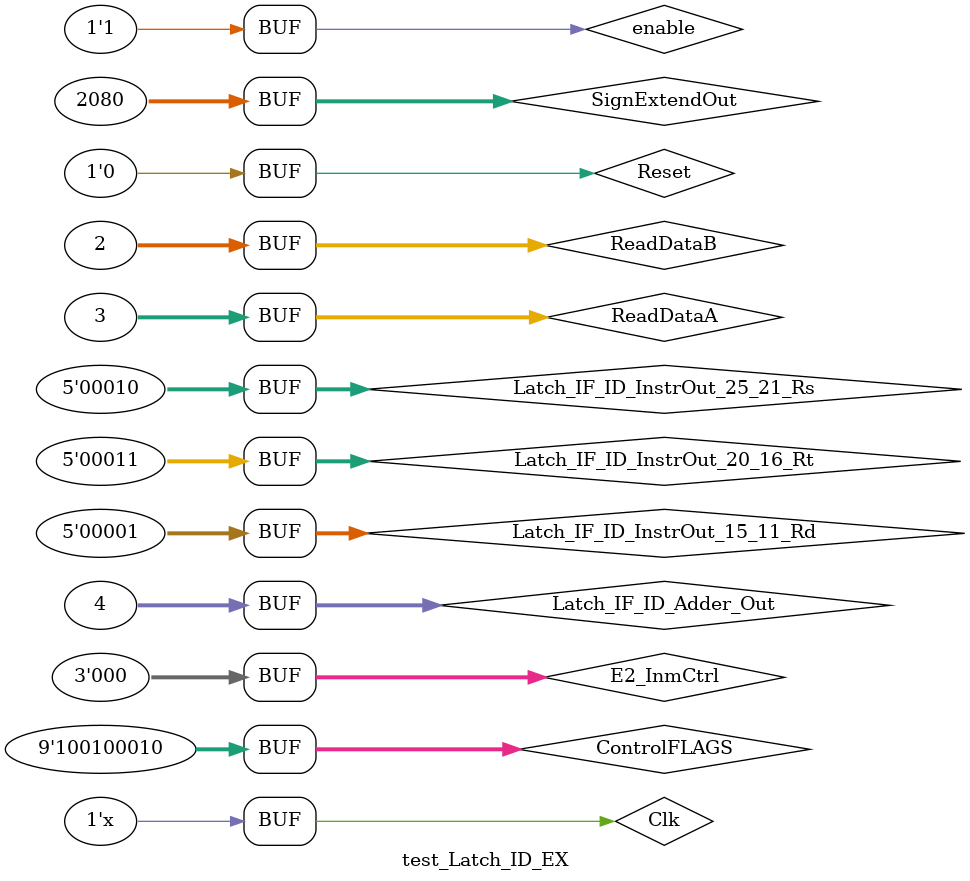
<source format=v>
`timescale 1ns / 1ps
module test_Latch_ID_EX;

	// Inputs
    reg Clk;
    reg Reset;
    reg [31:0] Latch_IF_ID_Adder_Out; 
    reg [8:0] ControlFLAGS;
    reg [31:0] ReadDataA; 
    reg [31:0] ReadDataB; 
    reg [31:0] SignExtendOut; 
    reg [4:0] Latch_IF_ID_InstrOut_25_21_Rs;
    reg [4:0] Latch_IF_ID_InstrOut_20_16_Rt;
    reg [4:0] Latch_IF_ID_InstrOut_15_11_Rd; 
    reg [2:0] E2_InmCtrl;
    reg enable;
	// Outputs
    wire [1:0] WriteBack_FLAGS; 
    wire [2:0] Mem_FLAGS; 
    wire [3:0] Ex_FLAGS;
    wire [31:0] Latch_ID_Ex_Adder_Out;
    wire [31:0] Latch_ID_Ex_ReadDataA;
    wire [31:0] Latch_ID_Ex_ReadDataB;
    wire [31:0] Latch_ID_Ex_SignExtendOut; 
    wire [4:0] Latch_ID_Ex_InstrOut_25_21_Rs;
    wire [4:0] Latch_ID_Ex_InstrOut_20_16_Rt;
    wire [4:0] Latch_ID_Ex_InstrOut_15_11_Rd;
    wire [2:0] Latch_ID_Ex_InmCtrl;

	// Instantiate the Unit Under Test (UUT)
	Latch_ID_EX uut (
		.Clk(Clk), 
		.Reset(Reset),
		.Latch_IF_ID_Adder_Out(Latch_IF_ID_Adder_Out), 
        .ControlFLAGS(ControlFLAGS),
        .ReadDataA(ReadDataA), 
        .ReadDataB(ReadDataB), 
        .SignExtendOut(SignExtendOut), 
        .Latch_IF_ID_InstrOut_25_21_Rs(Latch_IF_ID_InstrOut_25_21_Rs),
        .Latch_IF_ID_InstrOut_20_16_Rt(Latch_IF_ID_InstrOut_20_16_Rt),
        .Latch_IF_ID_InstrOut_15_11_Rd(Latch_IF_ID_InstrOut_15_11_Rd), 
        .E2_InmCtrl(E2_InmCtrl),
        .enable(enable),
        .WriteBack_FLAGS(WriteBack_FLAGS), 
        .Mem_FLAGS(Mem_FLAGS), 
        .Ex_FLAGS(Ex_FLAGS),
        .Latch_ID_Ex_Adder_Out(Latch_ID_Ex_Adder_Out),
        .Latch_ID_Ex_ReadDataA(Latch_ID_Ex_ReadDataA),
        .Latch_ID_Ex_ReadDataB(Latch_ID_Ex_ReadDataB),
        .Latch_ID_Ex_SignExtendOut(Latch_ID_Ex_SignExtendOut), 
        .Latch_ID_Ex_InstrOut_25_21_Rs(Latch_ID_Ex_InstrOut_25_21_Rs),
        .Latch_ID_Ex_InstrOut_20_16_Rt(Latch_ID_Ex_InstrOut_20_16_Rt),
        .Latch_ID_Ex_InstrOut_15_11_Rd(Latch_ID_Ex_InstrOut_15_11_Rd),
        .Latch_ID_Ex_InmCtrl(Latch_ID_Ex_InmCtrl)
		
	);
// OPCODE out tipo-R
//   8 RegDst 		<=	1;
//   7 ALUSrc 		<=	0;
//   6 MemtoReg 	<=	0;
//   5 RegWrite 	<=	1;
//   4 MemRead 		<=	0;
//   3 MemWrite 	<=	0;
//   2 Branch 		<=	0;
//   1 ALUOp1 		<=	1;
//   0 ALUOp0 		<=  0; 
//    InmCtrl		<=	0;
//    Jmp			<= 0;
   
   
	initial begin
		// Initialize Inputs
		Clk = 1;
		Reset=1;
		// add r1 r2 r3
		// Binary: 0000.0000.0100.0011.0000.1000.0010.0000
        // Hex: 0x00430820
		Latch_IF_ID_Adder_Out=32'h00000004; 
        ControlFLAGS=9'b100100010;
        ReadDataA=32'h00000003; 
        ReadDataB=32'h00000002; 
        SignExtendOut=32'h00000820; 
        Latch_IF_ID_InstrOut_25_21_Rs=5'b00010;
        Latch_IF_ID_InstrOut_20_16_Rt=5'b00011;
        Latch_IF_ID_InstrOut_15_11_Rd=5'b00001; 
        E2_InmCtrl=3'b000;
        enable=0;
        #20;
        Reset=0;
        // add r1 r2 r3
        // Binary: 0000.0000.0100.0011.0000.1000.0010.0000
        // Hex: 0x00430820
        Latch_IF_ID_Adder_Out=32'h00000004; 
        ControlFLAGS=9'b100100010;
        ReadDataA=32'h00000003; 
        ReadDataB=32'h00000002; 
        SignExtendOut=32'h00000820; 
        Latch_IF_ID_InstrOut_25_21_Rs=5'b00010;
        Latch_IF_ID_InstrOut_20_16_Rt=5'b00011;
        Latch_IF_ID_InstrOut_15_11_Rd=5'b00001; 
        E2_InmCtrl=3'b000;
        enable=0;
        #20;
        Reset=0;
        // add r1 r2 r3
        // Binary: 0000.0000.0100.0011.0000.1000.0010.0000
        // Hex: 0x00430820
        Latch_IF_ID_Adder_Out=32'h00000004; 
        ControlFLAGS=9'b100100010;
        ReadDataA=32'h00000003; 
        ReadDataB=32'h00000002; 
        SignExtendOut=32'h00000820; 
        Latch_IF_ID_InstrOut_25_21_Rs=5'b00010;
        Latch_IF_ID_InstrOut_20_16_Rt=5'b00011;
        Latch_IF_ID_InstrOut_15_11_Rd=5'b00001; 
        E2_InmCtrl=3'b000;
        enable=1;
        // Salida
//        WriteBack_FLAGS <= 2'b10; 
//        Mem_FLAGS <= 3'b000;
//        Ex_FLAGS <= 4'b1010;
//        Latch_ID_Ex_Adder_Out <= 32'h00000004;
//        Latch_ID_Ex_ReadDataA <= 32'h00000003;
//        Latch_ID_Ex_ReadDataB <= 32'h00000002;
//        Latch_ID_Ex_SignExtendOut <= 32'h00000820;
//        Latch_ID_Ex_InstrOut_25_21_Rs <= 5'b00010;
//        Latch_ID_Ex_InstrOut_20_16_Rt <= 5'b00011;
//        Latch_ID_Ex_InstrOut_15_11_Rd <= 5'b00001;
//        Latch_ID_Ex_InmCtrl    <= 3'b000;
        
		
	end
	
   always begin //clock de la placa 50Mhz
		#10 Clk=~Clk;
	end      
   
endmodule

</source>
